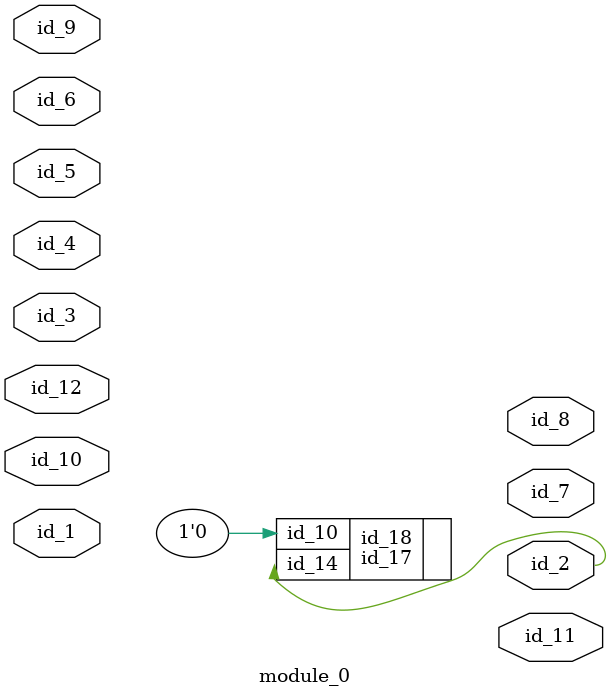
<source format=v>
module module_0 (
    id_1,
    id_2,
    id_3,
    id_4,
    id_5,
    id_6,
    id_7,
    id_8,
    id_9,
    id_10,
    id_11,
    id_12
);
  input id_12;
  output id_11;
  input id_10;
  input id_9;
  output id_8;
  output id_7;
  input id_6;
  input id_5;
  input id_4;
  input id_3;
  output id_2;
  input id_1;
  id_13 id_14 (
      .id_9(1'b0),
      .id_1(id_12)
  );
  id_15 id_16 (
      .id_4 (id_6),
      .id_12(id_12),
      .id_11(id_9),
      .id_5 (id_12)
  );
  id_17 id_18 (
      .id_10((1'h0)),
      .id_14(id_2)
  );
endmodule

</source>
